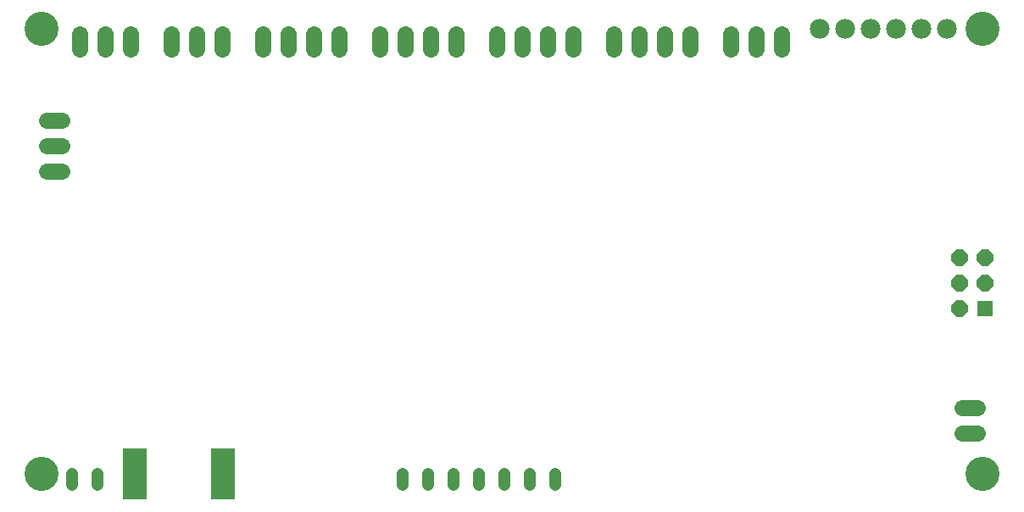
<source format=gbs>
G75*
G70*
%OFA0B0*%
%FSLAX24Y24*%
%IPPOS*%
%LPD*%
%AMOC8*
5,1,8,0,0,1.08239X$1,22.5*
%
%ADD10C,0.0640*%
%ADD11C,0.0780*%
%ADD12R,0.0640X0.0640*%
%ADD13OC8,0.0640*%
%ADD14C,0.1340*%
%ADD15R,0.0940X0.2040*%
%ADD16C,0.0476*%
D10*
X001811Y016751D02*
X002411Y016751D01*
X002411Y017751D02*
X001811Y017751D01*
X001811Y018751D02*
X002411Y018751D01*
X003111Y021551D02*
X003111Y022151D01*
X004111Y022151D02*
X004111Y021551D01*
X005111Y021551D02*
X005111Y022151D01*
X006711Y022151D02*
X006711Y021551D01*
X007711Y021551D02*
X007711Y022151D01*
X008711Y022151D02*
X008711Y021551D01*
X010311Y021551D02*
X010311Y022151D01*
X011311Y022151D02*
X011311Y021551D01*
X012311Y021551D02*
X012311Y022151D01*
X013311Y022151D02*
X013311Y021551D01*
X014911Y021551D02*
X014911Y022151D01*
X015911Y022151D02*
X015911Y021551D01*
X016911Y021551D02*
X016911Y022151D01*
X017911Y022151D02*
X017911Y021551D01*
X019511Y021551D02*
X019511Y022151D01*
X020511Y022151D02*
X020511Y021551D01*
X021511Y021551D02*
X021511Y022151D01*
X022511Y022151D02*
X022511Y021551D01*
X024111Y021551D02*
X024111Y022151D01*
X025111Y022151D02*
X025111Y021551D01*
X026111Y021551D02*
X026111Y022151D01*
X027111Y022151D02*
X027111Y021551D01*
X028711Y021551D02*
X028711Y022151D01*
X029711Y022151D02*
X029711Y021551D01*
X030711Y021551D02*
X030711Y022151D01*
X037811Y007451D02*
X038411Y007451D01*
X038411Y006451D02*
X037811Y006451D01*
D11*
X037211Y022351D03*
X036211Y022351D03*
X035211Y022351D03*
X034211Y022351D03*
X033211Y022351D03*
X032211Y022351D03*
D12*
X038711Y011351D03*
D13*
X037711Y011351D03*
X037711Y012351D03*
X038711Y012351D03*
X038711Y013351D03*
X037711Y013351D03*
D14*
X038611Y004851D03*
X038611Y022351D03*
X001611Y022351D03*
X001611Y004851D03*
D15*
X005271Y004861D03*
X008751Y004861D03*
D16*
X002811Y004869D02*
X002811Y004433D01*
X003811Y004433D02*
X003811Y004869D01*
X015811Y004869D02*
X015811Y004433D01*
X016811Y004433D02*
X016811Y004869D01*
X017811Y004869D02*
X017811Y004433D01*
X018811Y004433D02*
X018811Y004869D01*
X019811Y004869D02*
X019811Y004433D01*
X020811Y004433D02*
X020811Y004869D01*
X021811Y004869D02*
X021811Y004433D01*
M02*

</source>
